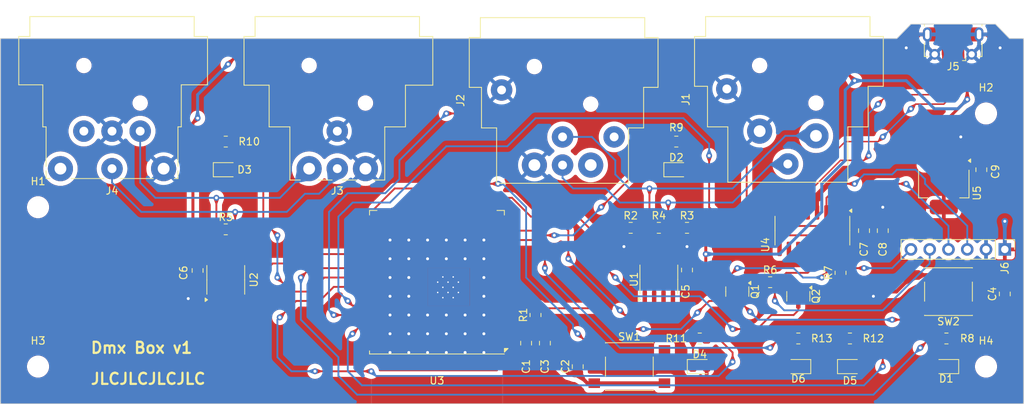
<source format=kicad_pcb>
(kicad_pcb (version 20241229) (generator "pcbnew") (generator_version "9.0")
  (layers (0 "F.Cu" signal) (2 "B.Cu" signal) (13 "F.Paste" user) (15 "B.Paste" user) (5 "F.SilkS" user "F.Silkscreen") (7 "B.SilkS" user "B.Silkscreen") (1 "F.Mask" user) (3 "B.Mask" user) (25 "Edge.Cuts" user))
  (net 0 "")
  (net 1 "+5V")
  (net 2 "GND")
  (net 3 "Net-(U3-IO2)")
  (net 4 "Net-(D1-K)")
  (net 5 "Net-(D2-K)")
  (net 6 "Net-(D3-K)")
  (net 7 "Net-(D4-K)")
  (net 8 "Net-(D5-K)")
  (net 9 "/OUT-")
  (net 10 "/OUT+")
  (net 11 "Net-(D6-K)")
  (net 13 "/IN-")
  (net 14 "/IN+")
  (net 18 "+3.3V")
  (net 20 "TX")
  (net 21 "RX")
  (net 22 "DTR")
  (net 23 "RTS")
  (net 24 "IO0")
  (net 25 "Net-(Q1-B)")
  (net 26 "Net-(Q2-B)")
  (net 27 "Net-(U3-IO18)")
  (net 28 "Net-(U3-IO14)")
  (net 29 "Net-(U3-IO19)")
  (net 30 "Net-(U3-IO21)")
  (net 31 "Net-(U3-IO22)")
  (net 32 "Net-(U3-IO27)")
  (net 60 "/DO")
  (net 61 "/DI")
  (net 62 "/RESET")
  (net 64 "/UD-")
  (net 65 "/UD+")
  (footprint "Capacitor_SMD:C_0805_2012Metric" (layer "F.Cu") (at 130.98875 102.49 90)
    (property "Reference" "C5")
    (property "Value" "100 nF")
  )
  (footprint "Resistor_SMD:R_0805_2012Metric" (layer "F.Cu") (at 127.17875 96.775)
    (property "Reference" "R4")
    (property "Value" "120")
  )
  (footprint "RF_Module:ESP32-WROOM-32U" (layer "F.Cu") (at 97.155 104.14 180)
    (property "Reference" "U3")
    (property "Value" "ESP32-WROOM-32U")
  )
  (footprint "Capacitor_SMD:C_0805_2012Metric" (layer "F.Cu") (at 111.76 112.395 90)
    (property "Reference" "C3")
    (property "Value" "10 uF")
  )
  (footprint "Connector_Audio:Jack_XLR_Neutrik_NC3MAH_Horizontal" (layer "F.Cu") (at 87.48 88.755 180)
    (property "Reference" "J3")
    (property "Value" "XLR3_In")
  )
  (footprint "Resistor_SMD:R_0805_2012Metric" (layer "F.Cu") (at 132.715 111.76 180)
    (property "Reference" "R11")
    (property "Value" "330")
  )
  (footprint "Connector_Audio:Jack_XLR_Neutrik_NC5FAH_Horizontal" (layer "F.Cu") (at 110.34 88.27 90)
    (property "Reference" "J2")
    (property "Value" "XLR5_Out")
  )
  (footprint "Package_TO_SOT_SMD:SOT-223-3_TabPin2" (layer "F.Cu") (at 165.735 90.805 -90)
    (property "Reference" "U5")
    (property "Value" "NCP1117-3.3_SOT223")
  )
  (footprint "Connector_PinHeader_2.54mm:PinHeader_1x06_P2.54mm_Vertical" (layer "F.Cu") (at 173.99 99.695 -90)
    (property "Reference" "J6")
    (property "Value" "FLASH")
  )
  (footprint "Resistor_SMD:R_0805_2012Metric" (layer "F.Cu") (at 151.765 102.87 90)
    (property "Reference" "R7")
    (property "Value" "10K")
  )
  (footprint "LED_SMD:LED_0805_2012Metric" (layer "F.Cu") (at 129.54 88.9)
    (property "Reference" "D2")
    (property "Value" "DMX OUT LED")
  )
  (footprint "LED_SMD:LED_0805_2012Metric" (layer "F.Cu") (at 166.0675 115.57 180)
    (property "Reference" "D1")
    (property "Value" "PWR LED")
  )
  (footprint "LED_SMD:LED_0805_2012Metric" (layer "F.Cu") (at 132.715 115.57)
    (property "Reference" "D4")
    (property "Value" "ARTNET IN LED")
  )
  (footprint "Capacitor_SMD:C_0805_2012Metric" (layer "F.Cu") (at 109.22 112.395 90)
    (property "Reference" "C1")
    (property "Value" "100 nF")
  )
  (footprint "Tereza_custom:SW_Push_TD-03XA-T" (layer "F.Cu") (at 123.19 115.57)
    (property "Reference" "SW1")
    (property "Value" "SW ZERO")
  )
  (footprint "Capacitor_SMD:C_0805_2012Metric" (layer "F.Cu") (at 170.815 88.9 90)
    (property "Reference" "C9")
    (property "Value" "1 uF")
  )
  (footprint "Resistor_SMD:R_0805_2012Metric" (layer "F.Cu") (at 153.035 111.76 180)
    (property "Reference" "R12")
    (property "Value" "330")
  )
  (footprint "Package_TO_SOT_SMD:SOT-23" (layer "F.Cu") (at 146.05 106.045 -90)
    (property "Reference" "Q2")
    (property "Value" "BCR108")
  )
  (footprint "Tereza_custom:SW_Push_TD-03XA-T" (layer "F.Cu") (at 166.37 105.415 180)
    (property "Reference" "SW2")
    (property "Value" "SW RESET")
  )
  (footprint "Resistor_SMD:R_0805_2012Metric" (layer "F.Cu") (at 142.24 104.14)
    (property "Reference" "R6")
    (property "Value" "10K")
  )
  (footprint "LED_SMD:LED_0805_2012Metric" (layer "F.Cu") (at 153.035 115.57)
    (property "Reference" "D5")
    (property "Value" "WIFI AP LED")
  )
  (footprint "Connector_Audio:Jack_XLR_Neutrik_NC5MAH_Horizontal" (layer "F.Cu") (at 60.17 88.755 180)
    (property "Reference" "J4")
    (property "Value" "XLR5_In")
  )
  (footprint "Resistor_SMD:R_0805_2012Metric" (layer "F.Cu") (at 68.58 96.98)
    (property "Reference" "R5")
    (property "Value" "120")
  )
  (footprint "MountingHole:MountingHole_2.5mm" (layer "F.Cu") (at 171.45 115.57)
    (property "Reference" "H4")
    (property "Value" "MountingHole")
  )
  (footprint "Resistor_SMD:R_0805_2012Metric" (layer "F.Cu") (at 166.0925 111.76)
    (property "Reference" "R8")
    (property "Value" "330")
  )
  (footprint "Capacitor_SMD:C_0805_2012Metric" (layer "F.Cu") (at 154.94 97.155 -90)
    (property "Reference" "C7")
    (property "Value" "100 nF")
  )
  (footprint "Connector_USB:USB_Micro-B_Molex-105017-0001" (layer "F.Cu") (at 167.005 71.8045 180)
    (property "Reference" "J5")
    (property "Value" "USB_B_Micro")
  )
  (footprint "LED_SMD:LED_0805_2012Metric" (layer "F.Cu") (at 68.58 88.9)
    (property "Reference" "D3")
    (property "Value" "DMX IN LED")
  )
  (footprint "Package_TO_SOT_SMD:SOT-23" (layer "F.Cu") (at 137.795 105.41 -90)
    (property "Reference" "Q1")
    (property "Value" "BCR108")
  )
  (footprint "MountingHole:MountingHole_2.5mm" (layer "F.Cu") (at 171.45 81.28)
    (property "Reference" "H2")
    (property "Value" "MountingHole")
  )
  (footprint "Resistor_SMD:R_0805_2012Metric" (layer "F.Cu") (at 123.36875 96.775)
    (property "Reference" "R2")
    (property "Value" "20K")
  )
  (footprint "Resistor_SMD:R_0805_2012Metric" (layer "F.Cu") (at 129.54 85.09)
    (property "Reference" "R9")
    (property "Value" "330")
  )
  (footprint "MountingHole:MountingHole_2.5mm" (layer "F.Cu") (at 43.18 93.98)
    (property "Reference" "H1")
    (property "Value" "MountingHole")
  )
  (footprint "Resistor_SMD:R_0805_2012Metric" (layer "F.Cu") (at 68.58 85.09 180)
    (property "Reference" "R10")
    (property "Value" "330")
  )
  (footprint "Capacitor_SMD:C_0805_2012Metric" (layer "F.Cu") (at 157.48 97.155 -90)
    (property "Reference" "C8")
    (property "Value" "10 uF")
  )
  (footprint "Capacitor_SMD:C_0805_2012Metric" (layer "F.Cu") (at 173.99 105.73 90)
    (property "Reference" "C4")
    (property "Value" "100 nF")
  )
  (footprint "MountingHole:MountingHole_2.5mm" (layer "F.Cu") (at 43.18 115.57)
    (property "Reference" "H3")
    (property "Value" "MountingHole")
  )
  (footprint "Capacitor_SMD:C_0805_2012Metric" (layer "F.Cu") (at 64.77 102.55 -90)
    (property "Reference" "C6")
    (property "Value" "100 nF")
  )
  (footprint "Package_SO:SOIC-8_3.9x4.9mm_P1.27mm" (layer "F.Cu") (at 127.17875 103.76 90)
    (property "Reference" "U1")
    (property "Value" "SN75176AD_Out")
  )
  (footprint "Resistor_SMD:R_0805_2012Metric" (layer "F.Cu") (at 130.98875 96.775)
    (property "Reference" "R3")
    (property "Value" "20K")
  )
  (footprint "Connector_Audio:Jack_XLR_Neutrik_NC3FAH2_Horizontal" (layer "F.Cu") (at 140.82 83.675 90)
    (property "Reference" "J1")
    (property "Value" "XLR3_Out")
  )
  (footprint "Resistor_SMD:R_0805_2012Metric" (layer "F.Cu") (at 110.49 108.585 90)
    (property "Reference" "R1")
    (property "Value" "10K")
  )
  (footprint "Resistor_SMD:R_0805_2012Metric" (layer "F.Cu") (at 146.05 111.76)
    (property "Reference" "R13")
    (property "Value" "330")
  )
  (footprint "LED_SMD:LED_0805_2012Metric" (layer "F.Cu") (at 146.05 115.57 180)
    (property "Reference" "D6")
    (property "Value" "WIFI CLIENT LED")
  )
  (footprint "Package_SO:SOIC-8_3.9x4.9mm_P1.27mm" (layer "F.Cu") (at 68.58 103.82 90)
    (property "Reference" "U2")
    (property "Value" "SN75176AD_In")
  )
  (footprint "Package_SO:SOIC-16_3.9x9.9mm_P1.27mm" (layer "F.Cu") (at 147.955 97.155 -90)
    (property "Reference" "U4")
    (property "Value" "CH340C")
  )
  (footprint "Capacitor_SMD:C_0805_2012Metric" (layer "F.Cu") (at 116.205 115.57 90)
    (property "Reference" "C2")
    (property "Value" "100 nF")
  )
  (gr_poly (pts (xy 176.53 120.605) (xy 38.1 120.605) (xy 38.1 71.12) (xy 159.385 71.12) (xy 161.29 69.17) (xy 172.72 69.17) (xy 174.625 71.12) (xy 176.53 71.12)) (stroke (width 0.1)) (fill no) (layer "Edge.Cuts"))
  (gr_text "JLCJLCJLCJLC" (at 50.165 118.11 0) (layer "F.SilkS") (effects (font (size 1.5 1.5) (thickness 0.3) (bold yes)) (justify left bottom)))
  (gr_text "Dmx Box v1\n" (at 50.165 113.03 0) (layer "F.SilkS") (effects (font (size 1.5 1.5) (thickness 0.3)) (justify left)))
  (segment (start 126.54375 104.39) (end 127.49375 103.44) (width 0.4) (layer "F.Cu") (net 1))
  (segment (start 127.81375 106.235) (end 127.81375 104.39) (width 0.4) (layer "F.Cu") (net 1))
  (segment (start 133.52875 102.49) (end 133.52875 98.4025) (width 0.4) (layer "F.Cu") (net 1))
  (segment (start 168.305 73.267) (end 168.305 76.23) (width 0.4) (layer "F.Cu") (net 1))
  (segment (start 133.52875 98.4025) (end 131.90125 96.775) (width 0.4) (layer "F.Cu") (net 1))
  (segment (start 168.91 79.375) (end 163.435 84.85) (width 0.4) (layer "F.Cu") (net 1))
  (segment (start 64.135 82.55) (end 64.135 100.965) (width 0.4) (layer "F.Cu") (net 1))
  (segment (start 168.91 76.835) (end 168.91 79.375) (width 0.4) (layer "F.Cu") (net 1))
  (segment (start 64.135 100.965) (end 64.77 101.6) (width 0.4) (layer "F.Cu") (net 1))
  (segment (start 70.485 73.025) (end 68.8975 74.6125) (width 0.4) (layer "F.Cu") (net 1))
  (segment (start 126.22375 103.44) (end 127.49375 103.44) (width 0.4) (layer "F.Cu") (net 1))
  (segment (start 128.76375 103.44) (end 130.98875 103.44) (width 0.4) (layer "F.Cu") (net 1))
  (segment (start 163.435 84.85) (end 163.435 87.655) (width 0.4) (layer "F.Cu") (net 1))
  (segment (start 132.57875 103.44) (end 133.52875 102.49) (width 0.4) (layer "F.Cu") (net 1))
  (segment (start 168.305 76.23) (end 168.91 76.835) (width 0.4) (layer "F.Cu") (net 1))
  (segment (start 66.675 101.345) (end 65.025 101.345) (width 0.4) (layer "F.Cu") (net 1))
  (segment (start 153.67 76.835) (end 149.86 73.025) (width 0.4) (layer "F.Cu") (net 1))
  (segment (start 130.98875 103.44) (end 132.57875 103.44) (width 0.4) (layer "F.Cu") (net 1))
  (segment (start 127.81375 104.39) (end 128.76375 103.44) (width 0.4) (layer "F.Cu") (net 1))
  (segment (start 127.49375 103.44) (end 128.76375 103.44) (width 0.4) (layer "F.Cu") (net 1))
  (segment (start 64.77 81.915) (end 64.135 82.55) (width 0.4) (layer "F.Cu") (net 1))
  (segment (start 125.27375 102.49) (end 126.22375 103.44) (width 0.4) (layer "F.Cu") (net 1))
  (segment (start 149.86 73.025) (end 70.485 73.025) (width 0.4) (layer "F.Cu") (net 1))
  (segment (start 126.54375 106.235) (end 126.54375 104.39) (width 0.4) (layer "F.Cu") (net 1))
  (segment (start 125.27375 101.285) (end 125.27375 102.49) (width 0.4) (layer "F.Cu") (net 1))
  (via (at 68.8975 74.6125) (size 0.8) (drill 0.4) (layers "F.Cu" "B.Cu") (net 1))
  (via (at 133.52875 100.33) (size 0.8) (drill 0.4) (layers "F.Cu" "B.Cu") (net 1))
  (via (at 153.67 76.835) (size 0.8) (drill 0.4) (layers "F.Cu" "B.Cu") (net 1))
  (via (at 168.91 79.375) (size 0.8) (drill 0.4) (layers "F.Cu" "B.Cu") (net 1))
  (via (at 64.77 81.915) (size 0.8) (drill 0.4) (layers "F.Cu" "B.Cu") (net 1))
  (segment (start 153.67 76.835) (end 160.655 76.835) (width 0.4) (layer "B.Cu") (net 1))
  (segment (start 143.51 100.33) (end 133.52875 100.33) (width 0.4) (layer "B.Cu") (net 1))
  (segment (start 153.67 76.835) (end 152.4 78.105) (width 0.4) (layer "B.Cu") (net 1))
  (segment (start 64.77 81.915) (end 64.77 78.74) (width 0.4) (layer "B.Cu") (net 1))
  (segment (start 64.77 78.74) (end 68.8975 74.6125) (width 0.4) (layer "B.Cu") (net 1))
  (segment (start 152.4 87.63) (end 149.225 90.805) (width 0.4) (layer "B.Cu") (net 1))
  (segment (start 149.225 94.615) (end 143.51 100.33) (width 0.4) (layer "B.Cu") (net 1))
  (segment (start 160.655 76.835) (end 164.465 80.645) (width 0.4) (layer "B.Cu") (net 1))
  (segment (start 167.64 80.645) (end 168.91 79.375) (width 0.4) (layer "B.Cu") (net 1))
  (segment (start 149.225 90.805) (end 149.225 94.615) (width 0.4) (layer "B.Cu") (net 1))
  (segment (start 164.465 80.645) (end 167.64 80.645) (width 0.4) (layer "B.Cu") (net 1))
  (segment (start 152.4 78.105) (end 152.4 87.63) (width 0.4) (layer "B.Cu") (net 1))
  (segment (start 66.99 103.5) (end 64.77 103.5) (width 0.5) (layer "F.Cu") (net 2))
  (segment (start 171.532 70.567) (end 173.355 72.39) (width 0.5) (layer "F.Cu") (net 2))
  (segment (start 156.21 106.045) (end 156.845 105.41) (width 0.5) (layer "F.Cu") (net 2))
  (segment (start 127.94 117.82) (end 118.44 117.82) (width 0.5) (layer "F.Cu") (net 2))
  (segment (start 67.945 104.455) (end 66.99 103.5) (width 0.5) (layer "F.Cu") (net 2))
  (segment (start 168.035 87.655) (end 170.52 87.655) (width 0.5) (layer "F.Cu") (net 2))
  (segment (start 117.505 117.82) (end 116.205 116.52) (width 0.5) (layer "F.Cu") (net 2))
  (segment (start 114.935 116.52) (end 116.205 116.52) (width 0.5) (layer "F.Cu") (net 2))
  (segment (start 129.08375 101.285) (end 130.73375 101.285) (width 0.5) (layer "F.Cu") (net 2))
  (segment (start 122.45625 96.775) (end 122.45625 99.315) (width 0.5) (layer "F.Cu") (net 2))
  (segment (start 109.22 113.345) (end 107.7525 113.345) (width 0.5) (layer "F.Cu") (net 2))
  (segment (start 130.73375 101.285) (end 130.98875 101.54) (width 0.5) (layer "F.Cu") (net 2))
  (segment (start 160.655 72.39) (end 162.478 70.567) (width 0.5) (layer "F.Cu") (net 2))
  (segment (start 69.535 103.5) (end 68.265 103.5) (width 0.5) (layer "F.Cu") (net 2))
  (segment (start 159.335 105.41) (end 161.58 103.165) (width 0.5) (layer "F.Cu") (net 2))
  (segment (start 157.48 96.205) (end 154.94 96.205) (width 0.5) (layer "F.Cu") (net 2))
  (segment (start 69.215 106.295) (end 69.215 104.45) (width 0.5) (layer "F.Cu") (net 2))
  (segment (start 172.375 103.165) (end 173.99 104.78) (width 0.5) (layer "F.Cu") (net 2))
  (segment (start 161.62 103.165) (end 171.12 103.165) (width 0.5) (layer "F.Cu") (net 2))
  (segment (start 107.7525 113.345) (end 106.8025 112.395) (width 0.5) (layer "F.Cu") (net 2))
  (segment (start 130.98875 99.315) (end 130.98875 101.54) (width 0.5) (layer "F.Cu") (net 2))
  (segment (start 170.52 87.655) (end 170.815 87.95) (width 0.5) (layer "F.Cu") (net 2))
  (segment (start 68.265 103.5) (end 66.99 103.5) (width 0.5) (layer "F.Cu") (net 2))
  (segment (start 156.845 105.41) (end 159.335 105.41) (width 0.5) (layer "F.Cu") (net 2))
  (segment (start 67.945 106.295) (end 67.945 104.455) (width 0.5) (layer "F.Cu") (net 2))
  (segment (start 162.478 70.567) (end 166.005 70.567) (width 0.5) (layer "F.Cu") (net 2))
  (segment (start 157.48 93.98) (end 157.48 96.205) (width 0.5) (layer "F.Cu") (net 2))
  (segment (start 171.12 103.165) (end 172.375 103.165) (width 0.5) (layer "F.Cu") (net 2))
  (segment (start 111.76 113.345) (end 114.935 116.52) (width 0.5) (layer "F.Cu") (net 2))
  (segment (start 70.485 101.345) (end 70.485 102.55) (width 0.5) (layer "F.Cu") (net 2))
  (segment (start 168.035 84.455) (end 168.035 87.655) (width 0.5) (layer "F.Cu") (net 2))
  (segment (start 153.415 94.68) (end 154.94 96.205) (width 0.5) (layer "F.Cu") (net 2))
  (segment (start 109.22 113.345) (end 111.76 113.345) (width 0.5) (layer "F.Cu") (net 2))
  (segment (start 64.77 105.09) (end 63.5 106.36) (width 0.5) (layer "F.Cu") (net 2))
  (segment (start 165.705 73.267) (end 165.705 70.867) (width 0.5) (layer "F.Cu") (net 2))
  (segment (start 69.215 104.45) (end 68.265 103.5) (width 0.5) (layer "F.Cu") (net 2))
  (segment (start 118.44 117.82) (end 117.505 117.82) (width 0.5) (layer "F.Cu") (net 2))
  (segment (start 70.485 102.55) (end 69.535 103.5) (width 0.5) (layer "F.Cu") (net 2))
  (segment (start 64.77 103.5) (end 64.77 105.09) (width 0.5) (layer "F.Cu") (net 2))
  (segment (start 106.8025 112.395) (end 105.655 112.395) (width 0.5) (layer "F.Cu") (net 2))
  (segment (start 166.005 70.567) (end 171.532 70.567) (width 0.5) (layer "F.Cu") (net 2))
  (segment (start 152.4 94.68) (end 153.415 94.68) (width 0.5) (layer "F.Cu") (net 2))
  (via (at 93.345 103.505) (size 0.8) (drill 0.4) (layers "F.Cu" "B.Cu") (net 2))
  (via (at 103.505 103.505) (size 0.8) (drill 0.4) (layers "F.Cu" "B.Cu") (net 2))
  (via (at 95.885 98.425) (size 0.8) (drill 0.4) (layers "F.Cu" "B.Cu") (net 2))
  (via (at 130.98875 99.315) (size 0.9) (drill 0.4) (layers "F.Cu" "B.Cu") (net 2))
  (via (at 157.48 93.98) (size 0.9) (drill 0.4) (layers "F.Cu" "B.Cu") (net 2))
  (via (at 98.425 108.585) (size 0.8) (drill 0.4) (layers "F.Cu" "B.Cu") (net 2))
  (via (at 100.965 111.125) (size 0.8) (drill 0.4) (layers "F.Cu" "B.Cu") (net 2))
  (via (at 122.45625 99.315) (size 0.9) (drill 0.4) (layers "F.Cu" "B.Cu") (net 2))
  (via (at 173.355 72.39) (size 0.9) (drill 0.4) (layers "F.Cu" "B.Cu") (net 2))
  (via (at 98.425 98.425) (size 0.8) (drill 0.4) (layers "F.Cu" "B.Cu") (net 2))
  (via (at 100.965 98.425) (size 0.8) (drill 0.4) (layers "F.Cu" "B.Cu") (net 2))
  (via (at 103.505 111.125) (size 0.8) (drill 0.4) (layers "F.Cu" "B.Cu") (net 2))
  (via (at 93.345 113.665) (size 0.8) (drill 0.4) (layers "F.Cu" "B.Cu") (net 2))
  (via (at 93.345 111.125) (size 0.8) (drill 0.4) (layers "F.Cu" "B.Cu") (net 2))
  (via (at 90.805 111.125) (size 0.8) (drill 0.4) (layers "F.Cu" "B.Cu") (net 2))
  (via (at 98.425 113.665) (size 0.8) (drill 0.4) (layers "F.Cu" "B.Cu") (net 2))
  (via (at 98.425 111.125) (size 0.8) (drill 0.4) (layers "F.Cu" "B.Cu") (net 2))
  (via (at 90.805 100.965) (size 0.8) (drill 0.4) (layers "F.Cu" "B.Cu") (net 2))
  (via (at 90.805 98.425) (size 0.8) (drill 0.4) (layers "F.Cu" "B.Cu") (net 2))
  (via (at 93.345 106.045) (size 0.8) (drill 0.4) (layers "F.Cu" "B.Cu") (net 2))
  (via (at 93.345 100.965) (size 0.8) (drill 0.4) (layers "F.Cu" "B.Cu") (net 2))
  (via (at 93.345 108.585) (size 0.8) (drill 0.4) (layers "F.Cu" "B.Cu") (net 2))
  (via (at 93.345 98.425) (size 0.8) (drill 0.4) (layers "F.Cu" "B.Cu") (net 2))
  (via (at 90.805 113.665) (size 0.8) (drill 0.4) (layers "F.Cu" "B.Cu") (net 2))
  (via (at 103.505 100.965) (size 0.8) (drill 0.4) (layers "F.Cu" "B.Cu") (net 2))
  (via (at 160.655 72.39) (size 0.9) (drill 0.4) (layers "F.Cu" "B.Cu") (net 2))
  (via (at 168.035 84.455) (size 0.9) (drill 0.4) (layers "F.Cu" "B.Cu") (net 2))
  (via (at 103.505 106.045) (size 0.8) (drill 0.4) (layers "F.Cu" "B.Cu") (net 2))
  (via (at 90.805 108.585) (size 0.8) (drill 0.4) (layers "F.Cu" "B.Cu") (net 2))
  (via (at 90.805 103.505) (size 0.8) (drill 0.4) (layers "F.Cu" "B.Cu") (net 2))
  (via (at 95.885 111.125) (size 0.8) (drill 0.4) (layers "F.Cu" "B.Cu") (net 2))
  (via (at 100.965 108.585) (size 0.8) (drill 0.4) (layers "F.Cu" "B.Cu") (net 2))
  (via (at 95.885 108.585) (size 0.8) (drill 0.4) (layers "F.Cu" "B.Cu") (net 2))
  (via (at 156.21 106.045) (size 0.9) (drill 0.4) (layers "F.Cu" "B.Cu") (net 2))
  (via (at 95.885 100.965) (size 0.8) (drill 0.4) (layers "F.Cu" "B.Cu") (net 2))
  (via (at 98.425 100.965) (size 0.8) (drill 0.4) (layers "F.Cu" "B.Cu") (net 2))
  (via (at 95.885 113.665) (size 0.8) (drill 0.4) (layers "F.Cu" "B.Cu") (net 2))
  (via (at 63.5 106.36) (size 0.9) (drill 0.4) (layers "F.Cu" "B.Cu") (net 2))
  (via (at 103.505 98.425) (size 0.8) (drill 0.4) (layers "F.Cu" "B.Cu") (net 2))
  (via (at 103.505 108.585) (size 0.8) (drill 0.4) (layers "F.Cu" "B.Cu") (net 2))
  (via (at 100.965 100.965) (size 0.8) (drill 0.4) (layers "F.Cu" "B.Cu") (net 2))
  (via (at 100.965 113.665) (size 0.8) (drill 0.4) (layers "F.Cu" "B.Cu") (net 2))
  (via (at 90.805 106.045) (size 0.8) (drill 0.4) (layers "F.Cu" "B.Cu") (net 2))
  (via (at 103.505 113.665) (size 0.8) (drill 0.4) (layers "F.Cu" "B.Cu") (net 2))
  (segment (start 101.6 90.805) (end 105.41 90.805) (width 0.25) (layer "F.Cu") (net 3))
  (segment (start 116.205 111.125) (end 116.245 111.125) (width 0.25) (layer "F.Cu") (net 3))
  (segment (start 99.695 92.71) (end 101.6 90.805) (width 0.25) (layer "F.Cu") (net 3))
  (segment (start 118.44 113.335) (end 117.155 114.62) (width 0.25) (layer "F.Cu") (net 3))
  (segment (start 92.785 92.71) (end 99.695 92.71) (width 0.25) (layer "F.Cu") (net 3))
  (segment (start 91.44 94.055) (end 92.785 92.71) (width 0.25) (layer "F.Cu") (net 3))
  (segment (start 117.155 114.62) (end 116.205 114.62) (width 0.25) (layer "F.Cu") (net 3))
  (segment (start 116.245 111.125) (end 118.44 113.32) (width 0.25) (layer "F.Cu") (net 3))
  (via (at 105.41 90.805) (size 0.8) (drill 0.4) (layers "F.Cu" "B.Cu") (net 3))
  (via (at 116.205 111.125) (size 0.8) (drill 0.4) (layers "F.Cu" "B.Cu") (net 3))
  (segment (start 106.045 90.805) (end 105.41 90.805) (width 0.25) (layer "B.Cu") (net 3))
  (segment (start 115.57 110.49) (end 116.205 111.125) (width 0.25) (layer "B.Cu") (net 3))
  (segment (start 115.57 109.855) (end 109.22 103.505) (width 0.25) (layer "B.Cu") (net 3))
  (segment (start 109.22 103.505) (end 109.22 93.98) (width 0.25) (layer "B.Cu") (net 3))
  (segment (start 115.57 110.49) (end 115.57 109.855) (width 0.25) (layer "B.Cu") (net 3))
  (segment (start 109.22 93.98) (end 106.045 90.805) (width 0.25) (layer "B.Cu") (net 3))
  (segment (start 167.005 111.76) (end 167.005 115.57) (width 0.25) (layer "F.Cu") (net 4))
  (segment (start 130.4525 86.0825) (end 130.4525 85.09) (width 0.25) (layer "F.Cu") (net 5))
  (segment (start 128.6025 87.9325) (end 130.4525 86.0825) (width 0.25) (layer "F.Cu") (net 5))
  (segment (start 128.6025 88.9) (end 128.6025 87.9325) (width 0.25) (layer "F.Cu") (net 5))
  (segment (start 67.6675 85.09) (end 67.6675 88.78) (width 0.25) (layer "F.Cu") (net 6))
  (segment (start 131.8025 111.76) (end 131.8025 115.545) (width 0.25) (layer "F.Cu") (net 7))
  (segment (start 152.1225 111.76) (end 152.1225 115.545) (width 0.25) (layer "F.Cu") (net 8))
  (segment (start 124.28125 96.775) (end 126.26625 96.775) (width 0.25) (layer "F.Cu") (net 9))
  (segment (start 126.26625 99.0375) (end 126.26625 96.775) (width 0.25) (layer "F.Cu") (net 9))
  (segment (start 125.90875 91.44) (end 125.90875 96.4175) (width 0.25) (layer "F.Cu") (net 9))
  (segment (start 126.54375 101.285) (end 126.54375 99.315) (width 0.25) (layer "F.Cu") (net 9))
  (segment (start 126.54375 99.315) (end 126.26625 99.0375) (width 0.25) (layer "F.Cu") (net 9))
  (via (at 125.90875 91.44) (size 0.8) (drill 0.4) (layers "F.Cu" "B.Cu") (net 9))
  (segment (start 121.285 89.535) (end 121.285 87.63) (width 0.25) (layer "B.Cu") (net 9))
  (segment (start 144.29 84.31) (end 148.44 84.31) (width 0.25) (layer "B.Cu") (net 9))
  (segment (start 123.19 91.44) (end 137.16 91.44) (width 0.25) (layer "B.Cu") (net 9))
  (segment (start 121.285 87.63) (end 118.11 84.455) (width 0.25) (layer "B.Cu") (net 9))
  (segment (start 118.11 84.455) (end 114.15 84.455) (width 0.25) (layer "B.Cu") (net 9))
  (segment (start 137.16 91.44) (end 144.29 84.31) (width 0.25) (layer "B.Cu") (net 9))
  (segment (start 123.19 91.44) (end 121.285 89.535) (width 0.25) (layer "B.Cu") (net 9))
  (segment (start 128.44875 93.345) (end 128.44875 96.4175) (width 0.25) (layer "F.Cu") (net 10))
  (segment (start 127.81375 101.285) (end 127.81375 99.315) (width 0.25) (layer "F.Cu") (net 10))
  (segment (start 128.09125 99.0375) (end 128.09125 96.775) (width 0.25) (layer "F.Cu") (net 10))
  (segment (start 127.81375 99.315) (end 128.09125 99.0375) (width 0.25) (layer "F.Cu") (net 10))
  (segment (start 128.09125 96.775) (end 130.07625 96.775) (width 0.25) (layer "F.Cu") (net 10))
  (via (at 128.44875 93.345) (size 0.8) (drill 0.4) (layers "F.Cu" "B.Cu") (net 10))
  (segment (start 121.92 93.345) (end 137.16 93.345) (width 0.25) (layer "B.Cu") (net 10))
  (segment (start 137.16 93.345) (end 142.38 88.125) (width 0.25) (layer "B.Cu") (net 10))
  (segment (start 121.92 93.345) (end 120.015 91.44) (width 0.25) (layer "B.Cu") (net 10))
  (segment (start 142.38 88.125) (end 144.63 88.125) (width 0.25) (layer "B.Cu") (net 10))
  (segment (start 120.015 91.44) (end 115.57 91.44) (width 0.25) (layer "B.Cu") (net 10))
  (segment (start 114.15 88.27) (end 114.15 90.02) (width 0.25) (layer "B.Cu") (net 10))
  (segment (start 114.15 90.02) (end 115.57 91.44) (width 0.25) (layer "B.Cu") (net 10))
  (segment (start 146.9875 115.57) (end 146.9875 112.421396) (width 0.25) (layer "F.Cu") (net 11))
  (segment (start 67.6675 99.2425) (end 67.945 99.52) (width 0.25) (layer "F.Cu") (net 13))
  (segment (start 67.945 99.52) (end 67.945 101.49) (width 0.25) (layer "F.Cu") (net 13))
  (segment (start 67.31 92.71) (end 67.31 96.6225) (width 0.25) (layer "F.Cu") (net 13))
  (segment (start 67.6675 96.98) (end 67.6675 99.2425) (width 0.25) (layer "F.Cu") (net 13))
  (via (at 67.31 92.71) (size 0.8) (drill 0.4) (layers "F.Cu" "B.Cu") (net 13))
  (segment (start 75.905 92.71) (end 79.86 88.755) (width 0.25) (layer "B.Cu") (net 13))
  (segment (start 57 90.655) (end 59.055 92.71) (width 0.25) (layer "B.Cu") (net 13))
  (segment (start 57 83.675) (end 57 90.655) (width 0.25) (layer "B.Cu") (net 13))
  (segment (start 59.055 92.71) (end 75.905 92.71) (width 0.25) (layer "B.Cu") (net 13))
  (segment (start 69.4925 99.2425) (end 69.4925 96.98) (width 0.25) (layer "F.Cu") (net 14))
  (segment (start 69.85 94.615) (end 69.85 96.6225) (width 0.25) (layer "F.Cu") (net 14))
  (segment (start 69.215 101.14) (end 69.215 99.52) (width 0.25) (layer "F.Cu") (net 14))
  (segment (start 69.215 99.52) (end 69.4925 99.2425) (width 0.25) (layer "F.Cu") (net 14))
  (via (at 69.85 94.615) (size 0.8) (drill 0.4) (layers "F.Cu" "B.Cu") (net 14))
  (segment (start 53.19 90.6575) (end 53.19 88.755) (width 0.25) (layer "B.Cu") (net 14))
  (segment (start 76.835 94.615) (end 57.1475 94.615) (width 0.25) (layer "B.Cu") (net 14))
  (segment (start 83.67 89.685) (end 81.195 92.16) (width 0.25) (layer "B.Cu") (net 14))
  (segment (start 79.29 92.16) (end 76.835 94.615) (width 0.25) (layer "B.Cu") (net 14))
  (segment (start 81.195 92.16) (end 79.29 92.16) (width 0.25) (layer "B.Cu") (net 14))
  (segment (start 57.1475 94.615) (end 53.19 90.6575) (width 0.25) (layer "B.Cu") (net 14))
  (segment (start 108.9 111.125) (end 109.22 111.445) (width 0.5) (layer "F.Cu") (net 18))
  (segment (start 105.655 111.125) (end 108.9 111.125) (width 0.5) (layer "F.Cu") (net 18))
  (segment (start 157.48 98.105) (end 154.94 98.105) (width 0.5) (layer "F.Cu") (net 18))
  (via (at 173.99 95.885) (size 0.9) (drill 0.4) (layers "F.Cu" "B.Cu") (net 18))
  (segment (start 173.99 95.885) (end 173.99 99.695) (width 0.5) (layer "B.Cu") (net 18))
  (segment (start 139.065 86.995) (end 129.54 77.47) (width 0.25) (layer "F.Cu") (net 20))
  (segment (start 149.86 95.056751) (end 149.86 95.885) (width 0.25) (layer "F.Cu") (net 20))
  (segment (start 83.185 108.585) (end 88.655 108.585) (width 0.25) (layer "F.Cu") (net 20))
  (segment (start 139.065 95.25) (end 139.065 86.995) (width 0.25) (layer "F.Cu") (net 20))
  (segment (start 140.335 96.52) (end 139.065 95.25) (width 0.25) (layer "F.Cu") (net 20))
  (segment (start 111.125 77.47) (end 107.315 81.28) (width 0.25) (layer "F.Cu") (net 20))
  (segment (start 153.67 90.805) (end 151.765 90.805) (width 0.25) (layer "F.Cu") (net 20))
  (segment (start 129.54 77.47) (end 111.125 77.47) (width 0.25) (layer "F.Cu") (net 20))
  (segment (start 151.765 90.805) (end 149.86 92.71) (width 0.25) (layer "F.Cu") (net 20))
  (segment (start 149.86 92.71) (end 149.86 94.68) (width 0.25) (layer "F.Cu") (net 20))
  (segment (start 149.86 95.885) (end 149.225 96.52) (width 0.25) (layer "F.Cu") (net 20))
  (segment (start 149.225 96.52) (end 140.335 96.52) (width 0.25) (layer "F.Cu") (net 20))
  (segment (start 107.315 81.28) (end 98.425 81.28) (width 0.25) (layer "F.Cu") (net 20))
  (via (at 83.185 108.585) (size 0.8) (drill 0.4) (layers "F.Cu" "B.Cu") (net 20))
  (via (at 153.67 90.805) (size 0.8) (drill 0.4) (layers "F.Cu" "B.Cu") (net 20))
  (via (at 98.425 81.28) (size 0.8) (drill 0.4) (layers "F.Cu" "B.Cu") (net 20))
  (segment (start 92.075 87.63) (end 92.075 90.17) (width 0.25) (layer "B.Cu") (net 20))
  (segment (start 85.09 92.075) (end 82.55 94.615) (width 0.25) (layer "B.Cu") (net 20))
  (segment (start 163.195 90.17) (end 163.195 90.805) (width 0.25) (layer "B.Cu") (net 20))
  (segment (start 82.55 107.95) (end 83.185 108.585) (width 0.25) (layer "B.Cu") (net 20))
  (segment (start 98.425 81.28) (end 92.075 87.63) (width 0.25) (layer "B.Cu") (net 20))
  (segment (start 163.195 90.805) (end 168.91 96.52) (width 0.25) (layer "B.Cu") (net 20))
  (segment (start 161.925 88.9) (end 163.195 90.17) (width 0.25) (layer "B.Cu") (net 20))
  (segment (start 90.17 92.075) (end 85.09 92.075) (width 0.25) (layer "B.Cu") (net 20))
  (segment (start 153.67 90.805) (end 154.94 89.535) (width 0.25) (layer "B.Cu") (net 20))
  (segment (start 154.94 89.535) (end 158.75 89.535) (width 0.25) (layer "B.Cu") (net 20))
  (segment (start 158.75 89.535) (end 159.385 88.9) (width 0.25) (layer "B.Cu") (net 20))
  (segment (start 168.91 96.52) (end 168.91 99.695) (width 0.25) (layer "B.Cu") (net 20))
  (segment (start 82.55 94.615) (end 82.55 107.95) (width 0.25) (layer "B.Cu") (net 20))
  (segment (start 159.385 88.9) (end 161.925 88.9) (width 0.25) (layer "B.Cu") (net 20))
  (segment (start 92.075 90.17) (end 90.17 92.075) (width 0.25) (layer "B.Cu") (net 20))
  (segment (start 151.13 96.52) (end 151.13 94.68) (width 0.25) (layer "F.Cu") (net 21))
  (segment (start 154.94 92.71) (end 151.765 92.71) (width 0.25) (layer "F.Cu") (net 21))
  (segment (start 85.725 107.315) (end 88.655 107.315) (width 0.25) (layer "F.Cu") (net 21))
  (segment (start 149.86 97.79) (end 151.13 96.52) (width 0.25) (layer "F.Cu") (net 21))
  (segment (start 133.985 86.995) (end 133.985 93.98) (width 0.25) (layer "F.Cu") (net 21))
  (segment (start 85.09 106.68) (end 85.725 107.315) (width 0.25) (layer "F.Cu") (net 21))
  (segment (start 160.655 90.805) (end 156.845 90.805) (width 0.25) (layer "F.Cu") (net 21))
  (segment (start 151.13 93.345) (end 151.13 94.68) (width 0.25) (layer "F.Cu") (net 21))
  (segment (start 133.985 93.98) (end 137.795 97.79) (width 0.25) (layer "F.Cu") (net 21))
  (segment (start 137.795 97.79) (end 149.86 97.79) (width 0.25) (layer "F.Cu") (net 21))
  (segment (start 151.765 92.71) (end 151.13 93.345) (width 0.25) (layer "F.Cu") (net 21))
  (segment (start 156.845 90.805) (end 154.94 92.71) (width 0.25) (layer "F.Cu") (net 21))
  (via (at 133.985 86.995) (size 0.8) (drill 0.4) (layers "F.Cu" "B.Cu") (net 21))
  (via (at 160.655 90.805) (size 0.8) (drill 0.4) (layers "F.Cu" "B.Cu") (net 21))
  (via (at 85.09 106.68) (size 0.8) (drill 0.4) (layers "F.Cu" "B.Cu") (net 21))
  (segment (start 85.753783 93.345) (end 84.483783 94.615) (width 0.25) (layer "B.Cu") (net 21))
  (segment (start 106.68 85.725) (end 98.425 85.725) (width 0.25) (layer "B.Cu") (net 21))
  (segment (start 84.455 94.615) (end 83.82 95.25) (width 0.25) (layer "B.Cu") (net 21))
  (segment (start 84.483783 94.615) (end 84.455 94.615) (width 0.25) (layer "B.Cu") (net 21))
  (segment (start 110.49 81.915) (end 130.4925 81.915) (width 0.25) (layer "B.Cu") (net 21))
  (segment (start 160.655 90.805) (end 166.37 96.52) (width 0.25) (layer "B.Cu") (net 21))
  (segment (start 166.37 96.52) (end 166.37 99.695) (width 0.25) (layer "B.Cu") (net 21))
  (segment (start 83.82 105.41) (end 85.09 106.68) (width 0.25) (layer "B.Cu") (net 21))
  (segment (start 110.49 81.915) (end 106.68 85.725) (width 0.25) (layer "B.Cu") (net 21))
  (segment (start 90.805 93.345) (end 85.753783 93.345) (width 0.25) (layer "B.Cu") (net 21))
  (segment (start 83.82 95.25) (end 83.82 105.41) (width 0.25) (layer "B.Cu") (net 21))
  (segment (start 133.985 85.4075) (end 130.4925 81.915) (width 0.25) (layer "B.Cu") (net 21))
  (segment (start 98.425 85.725) (end 90.805 93.345) (width 0.25) (layer "B.Cu") (net 21))
  (segment (start 133.985 86.995) (end 133.985 85.4075) (width 0.25) (layer "B.Cu") (net 21))
  (segment (start 145.1 105.045) (end 144.0575 105.045) (width 0.25) (layer "F.Cu") (net 22))
  (segment (start 148.59 101.6) (end 148.59 99.63) (width 0.25) (layer "F.Cu") (net 22))
  (segment (start 142.875 106.68) (end 142.875 104.4175) (width 0.25) (layer "F.Cu") (net 22))
  (segment (start 144.0575 105.045) (end 143.1525 104.14) (width 0.25) (layer "F.Cu") (net 22))
  (segment (start 143.1525 104.14) (end 144.4225 102.87) (width 0.25) (layer "F.Cu") (net 22))
  (segment (start 144.4225 102.87) (end 147.32 102.87) (width 0.25) (layer "F.Cu") (net 22))
  (segment (start 147.32 102.87) (end 148.59 101.6) (width 0.25) (layer "F.Cu") (net 22))
  (via (at 142.875 106.68) (size 0.8) (drill 0.4) (layers "F.Cu" "B.Cu") (net 22))
  (segment (start 163.83 101.6) (end 163.83 99.695) (width 0.25) (layer "B.Cu") (net 22))
  (segment (start 144.145 107.95) (end 157.48 107.95) (width 0.25) (layer "B.Cu") (net 22))
  (segment (start 142.875 106.68) (end 144.145 107.95) (width 0.25) (layer "B.Cu") (net 22))
  (segment (start 157.48 107.95) (end 163.83 101.6) (width 0.25) (layer "B.Cu") (net 22))
  (segment (start 149.225 103.505) (end 149.86 102.87) (width 0.25) (layer "F.Cu") (net 23))
  (segment (start 154.94 102.235) (end 152.0425 102.235) (width 0.25) (layer "F.Cu") (net 23))
  (segment (start 150.99125 101.9575) (end 151.765 101.9575) (width 0.25) (layer "F.Cu") (net 23))
  (segment (start 137.795 102.235) (end 136.845 103.185) (width 0.25) (layer "F.Cu") (net 23))
  (segment (start 149.86 102.87) (end 149.86 99.63) (width 0.25) (layer "F.Cu") (net 23))
  (segment (start 149.86 100.82625) (end 150.99125 101.9575) (width 0.25) (layer "F.Cu") (net 23))
  (segment (start 149.86 99.63) (end 149.86 100.82625) (width 0.25) (layer "F.Cu") (net 23))
  (segment (start 136.845 103.185) (end 136.845 104.41) (width 0.25) (layer "F.Cu") (net 23))
  (via (at 154.94 102.235) (size 0.8) (drill 0.4) (layers "F.Cu" "B.Cu") (net 23))
  (via (at 137.795 102.235) (size 0.8) (drill 0.4) (layers "F.Cu" "B.Cu") (net 23))
  (via (at 149.225 103.505) (size 0.8) (drill 0.4) (layers "F.Cu" "B.Cu") (net 23))
  (segment (start 146.685 103.505) (end 145.415 102.235) (width 0.25) (layer "B.Cu") (net 23))
  (segment (start 154.94 102.235) (end 158.75 102.235) (width 0.25) (layer "B.Cu") (net 23))
  (segment (start 145.415 102.235) (end 137.795 102.235) (width 0.25) (layer "B.Cu") (net 23))
  (segment (start 149.225 103.505) (end 146.685 103.505) (width 0.25) (layer "B.Cu") (net 23))
  (segment (start 158.75 102.235) (end 161.29 99.695) (width 0.25) (layer "B.Cu") (net 23))
  (segment (start 109.855 92.075) (end 106.68 88.9) (width 0.25) (layer "F.Cu") (net 24))
  (segment (start 91.44 91.44) (end 88.655 94.225) (width 0.25) (layer "F.Cu") (net 24))
  (segment (start 140.495496 110.49) (end 137.16 110.49) (width 0.25) (layer "F.Cu") (net 24))
  (segment (start 106.68 88.9) (end 100.965 88.9) (width 0.25) (layer "F.Cu") (net 24))
  (segment (start 98.425 91.44) (end 91.44 91.44) (width 0.25) (layer "F.Cu") (net 24))
  (segment (start 88.655 94.225) (end 88.655 95.885) (width 0.25) (layer "F.Cu") (net 24))
  (segment (start 119.38 98.425) (end 113.03 92.075) (width 0.25) (layer "F.Cu") (net 24))
  (segment (start 146.05 107.045) (end 146.05 107.95) (width 0.25) (layer "F.Cu") (net 24))
  (segment (start 142.400496 108.585) (end 140.495496 110.49) (width 0.25) (layer "F.Cu") (net 24))
  (segment (start 100.965 88.9) (end 98.425 91.44) (width 0.25) (layer "F.Cu") (net 24))
  (segment (start 145.415 108.585) (end 142.400496 108.585) (width 0.25) (layer "F.Cu") (net 24))
  (segment (start 146.05 107.95) (end 145.415 108.585) (width 0.25) (layer "F.Cu") (net 24))
  (segment (start 119.38 101.6) (end 119.38 98.425) (width 0.25) (layer "F.Cu") (net 24))
  (segment (start 121.285 103.505) (end 119.38 101.6) (width 0.25) (layer "F.Cu") (net 24))
  (segment (start 113.03 92.075) (end 109.855 92.075) (width 0.25) (layer "F.Cu") (net 24))
  (via (at 121.285 103.505) (size 0.8) (drill 0.4) (layers "F.Cu" "B.Cu") (net 24))
  (via (at 137.16 110.49) (size 0.8) (drill 0.4) (layers "F.Cu" "B.Cu") (net 24))
  (segment (start 132.715 106.045) (end 123.825 106.045) (width 0.25) (layer "B.Cu") (net 24))
  (segment (start 123.825 106.045) (end 121.285 103.505) (width 0.25) (layer "B.Cu") (net 24))
  (segment (start 137.16 110.49) (end 132.715 106.045) (width 0.25) (layer "B.Cu") (net 24))
  (segment (start 138.745 104.41) (end 141.0575 104.41) (width 0.25) (layer "F.Cu") (net 25))
  (segment (start 147.365 105.41) (end 147 105.045) (width 0.25) (layer "F.Cu") (net 26))
  (segment (start 151.13 103.7825) (end 149.5025 105.41) (width 0.25) (layer "F.Cu") (net 26))
  (segment (start 151.765 103.7825) (end 151.13 103.7825) (width 0.25) (layer "F.Cu") (net 26))
  (segment (start 149.5025 105.41) (end 147.365 105.41) (width 0.25) (layer "F.Cu") (net 26))
  (segment (start 78.74 103.505) (end 80.01 102.235) (width 0.25) (layer "F.Cu") (net 27))
  (segment (start 162.56 113.03) (end 163.83 111.76) (width 0.25) (layer "F.Cu") (net 27))
  (segment (start 80.01 102.235) (end 88.655 102.235) (width 0.25) (layer "F.Cu") (net 27))
  (segment (start 163.83 111.76) (end 165.18 111.76) (width 0.25) (layer "F.Cu") (net 27))
  (via (at 162.56 113.03) (size 0.8) (drill 0.4) (layers "F.Cu" "B.Cu") (net 27))
  (via (at 78.74 103.505) (size 0.8) (drill 0.4) (layers "F.Cu" "B.Cu") (net 27))
  (segment (start 162.56 113.03) (end 156.21 119.38) (width 0.25) (layer "B.Cu") (net 27))
  (segment (start 86.36 119.38) (end 83.82 116.84) (width 0.25) (layer "B.Cu") (net 27))
  (segment (start 83.82 114.3) (end 78.74 109.22) (width 0.25) (layer "B.Cu") (net 27))
  (segment (start 78.74 109.22) (end 78.74 103.505) (width 0.25) (layer "B.Cu") (net 27))
  (segment (start 156.21 119.38) (end 86.36 119.38) (width 0.25) (layer "B.Cu") (net 27))
  (segment (start 83.82 116.84) (end 83.82 114.3) (width 0.25) (layer "B.Cu") (net 27))
  (segment (start 111.76 97.79) (end 111.125 97.155) (width 0.25) (layer "F.Cu") (net 28))
  (segment (start 113.03 97.79) (end 111.76 97.79) (width 0.25) (layer "F.Cu") (net 28))
  (segment (start 128.27 85.09) (end 119.38 93.98) (width 0.25) (layer "F.Cu") (net 28))
  (segment (start 111.125 97.155) (end 105.655 97.155) (width 0.25) (layer "F.Cu") (net 28))
  (via (at 119.38 93.98) (size 0.8) (drill 0.4) (layers "F.Cu" "B.Cu") (net 28))
  (via (at 113.03 97.79) (size 0.8) (drill 0.4) (layers "F.Cu" "B.Cu") (net 28))
  (segment (start 113.03 97.79) (end 115.57 97.79) (width 0.25) (layer "B.Cu") (net 28))
  (segment (start 115.57 97.79) (end 119.38 93.98) (width 0.25) (layer "B.Cu") (net 28))
  (segment (start 73.66 95.885) (end 73.66 88.265) (width 0.25) (layer "F.Cu") (net 29))
  (segment (start 77.47 105.41) (end 80.01 105.41) (width 0.25) (layer "F.Cu") (net 29))
  (segment (start 75.565 103.505) (end 77.47 105.41) (width 0.25) (layer "F.Cu") (net 29))
  (segment (start 73.66 88.265) (end 70.485 85.09) (width 0.25) (layer "F.Cu") (net 29))
  (segment (start 70.485 85.09) (end 69.4925 85.09) (width 0.25) (layer "F.Cu") (net 29))
  (segment (start 75.565 97.79) (end 73.66 95.885) (width 0.25) (layer "F.Cu") (net 29))
  (segment (start 81.915 103.505) (end 88.655 103.505) (width 0.25) (layer "F.Cu") (net 29))
  (segment (start 80.01 105.41) (end 81.915 103.505) (width 0.25) (layer "F.Cu") (net 29))
  (via (at 75.565 103.505) (size 0.8) (drill 0.4) (layers "F.Cu" "B.Cu") (net 29))
  (via (at 75.565 97.79) (size 0.8) (drill 0.4) (layers "F.Cu" "B.Cu") (net 29))
  (segment (start 75.565 97.79) (end 75.565 103.505) (width 0.25) (layer "B.Cu") (net 29))
  (segment (start 81.28 106.68) (end 83.185 104.775) (width 0.25) (layer "F.Cu") (net 30))
  (segment (start 83.185 104.775) (end 85.575 104.775) (width 0.25) (layer "F.Cu") (net 30))
  (segment (start 135.255 111.76) (end 133.6275 111.76) (width 0.25) (layer "F.Cu") (net 30))
  (segment (start 88.265 116.205) (end 80.645 116.205) (width 0.25) (layer "F.Cu") (net 30))
  (segment (start 137.16 114.935) (end 137.16 113.665) (width 0.25) (layer "F.Cu") (net 30))
  (segment (start 137.16 113.665) (end 135.255 111.76) (width 0.25) (layer "F.Cu") (net 30))
  (segment (start 75.8825 108.9025) (end 78.105 106.68) (width 0.25) (layer "F.Cu") (net 30))
  (segment (start 86.845 106.045) (end 88.655 106.045) (width 0.25) (layer "F.Cu") (net 30))
  (segment (start 85.575 104.775) (end 86.845 106.045) (width 0.25) (layer "F.Cu") (net 30))
  (segment (start 78.105 106.68) (end 81.28 106.68) (width 0.25) (layer "F.Cu") (net 30))
  (via (at 80.645 116.205) (size 0.8) (drill 0.4) (layers "F.Cu" "B.Cu") (net 30))
  (via (at 88.265 116.205) (size 0.8) (drill 0.4) (layers "F.Cu" "B.Cu") (net 30))
  (via (at 137.16 114.935) (size 0.8) (drill 0.4) (layers "F.Cu" "B.Cu") (net 30))
  (via (at 75.8825 108.9025) (size 0.8) (drill 0.4) (layers "F.Cu" "B.Cu") (net 30))
  (segment (start 75.565 114.3) (end 75.565 109.22) (width 0.25) (layer "B.Cu") (net 30))
  (segment (start 88.9 116.84) (end 88.265 116.205) (width 0.25) (layer "B.Cu") (net 30))
  (segment (start 135.255 116.84) (end 88.9 116.84) (width 0.25) (layer "B.Cu") (net 30))
  (segment (start 80.645 116.205) (end 77.47 116.205) (width 0.25) (layer "B.Cu") (net 30))
  (segment (start 77.47 116.205) (end 75.565 114.3) (width 0.25) (layer "B.Cu") (net 30))
  (segment (start 137.16 114.935) (end 135.255 116.84) (width 0.25) (layer "B.Cu") (net 30))
  (segment (start 86.995 109.855) (end 88.655 109.855) (width 0.25) (layer "F.Cu") (net 31))
  (segment (start 157.48 114.3) (end 154.94 111.76) (width 0.25) (layer "F.Cu") (net 31))
  (segment (start 85.725 111.125) (end 86.995 109.855) (width 0.25) (layer "F.Cu") (net 31))
  (segment (start 154.94 111.76) (end 153.9475 111.76) (width 0.25) (layer "F.Cu") (net 31))
  (segment (start 157.48 115.57) (end 157.48 114.3) (width 0.25) (layer "F.Cu") (net 31))
  (via (at 85.725 111.125) (size 0.8) (drill 0.4) (layers "F.Cu" "B.Cu") (net 31))
  (via (at 157.48 115.57) (size 0.8) (drill 0.4) (layers "F.Cu" "B.Cu") (net 31))
  (segment (start 85.09 111.76) (end 85.725 111.125) (width 0.25) (layer "B.Cu") (net 31))
  (segment (start 157.48 115.57) (end 154.94 118.11) (width 0.25) (layer "B.Cu") (net 31))
  (segment (start 85.09 116.205) (end 85.09 111.76) (width 0.25) (layer "B.Cu") (net 31))
  (segment (start 86.995 118.11) (end 85.09 116.205) (width 0.25) (layer "B.Cu") (net 31))
  (segment (start 154.94 118.11) (end 86.995 118.11) (width 0.25) (layer "B.Cu") (net 31))
  (segment (start 111.76 102.235) (end 111.76 99.695) (width 0.25) (layer "F.Cu") (net 32))
  (segment (start 111.76 99.695) (end 110.49 98.425) (width 0.25) (layer "F.Cu") (net 32))
  (segment (start 142.24 113.03) (end 143.51 111.76) (width 0.25) (layer "F.Cu") (net 32))
  (segment (start 110.49 98.425) (end 105.655 98.425) (width 0.25) (layer "F.Cu") (net 32))
  (segment (start 143.51 111.76) (end 145.1375 111.76) (width 0.25) (layer "F.Cu") (net 32))
  (via (at 111.76 102.235) (size 0.8) (drill 0.4) (layers "F.Cu" "B.Cu") (net 32))
  (via (at 142.24 113.03) (size 0.8) (drill 0.4) (layers "F.Cu" "B.Cu") (net 32))
  (segment (start 121.92 113.03) (end 142.24 113.03) (width 0.25) (layer "B.Cu") (net 32))
  (segment (start 111.76 102.235) (end 111.76 102.87) (width 0.25) (layer "B.Cu") (net 32))
  (segment (start 111.76 102.87) (end 121.92 113.03) (width 0.25) (layer "B.Cu") (net 32))
  (segment (start 102.235 92.71) (end 107.315 92.71) (width 0.25) (layer "F.Cu") (net 60))
  (segment (start 129.08375 107.77125) (end 129.08375 106.235) (width 0.25) (layer "F.Cu") (net 60))
  (segment (start 109.855 95.25) (end 113.03 95.25) (width 0.25) (layer "F.Cu") (net 60))
  (segment (start 107.315 92.71) (end 109.855 95.25) (width 0.25) (layer "F.Cu") (net 60))
  (segment (start 121.92 107.95) (end 122.555 108.585) (width 0.25) (layer "F.Cu") (net 60))
  (segment (start 128.27 108.585) (end 129.08375 107.77125) (width 0.25) (layer "F.Cu") (net 60))
  (segment (start 101.6 94.885) (end 101.6 93.345) (width 0.25) (layer "F.Cu") (net 60))
  (segment (start 101.6 93.345) (end 102.235 92.71) (width 0.25) (layer "F.Cu") (net 60))
  (segment (start 122.555 108.585) (end 128.27 108.585) (width 0.25) (layer "F.Cu") (net 60))
  (segment (start 114.935 97.155) (end 114.935 100.965) (width 0.25) (layer "F.Cu") (net 60))
  (segment (start 113.03 95.25) (end 114.935 97.155) (width 0.25) (layer "F.Cu") (net 60))
  (via (at 114.935 100.965) (size 0.8) (drill 0.4) (layers "F.Cu" "B.Cu") (net 60))
  (via (at 121.92 107.95) (size 0.8) (drill 0.4) (layers "F.Cu" "B.Cu") (net 60))
  (segment (start 114.935 100.965) (end 121.92 107.95) (width 0.25) (layer "B.Cu") (net 60))
  (segment (start 73.66 106.68) (end 71.755 108.585) (width 0.25) (layer "F.Cu") (net 61))
  (segment (start 85.725 100.33) (end 79.375 100.33) (width 0.25) (layer "F.Cu") (net 61))
  (segment (start 74.93 101.6) (end 73.66 102.87) (width 0.25) (layer "F.Cu") (net 61))
  (segment (start 66.675 107.95) (end 66.675 106.295) (width 0.25) (layer "F.Cu") (net 61))
  (segment (start 71.755 108.585) (end 67.31 108.585) (width 0.25) (layer "F.Cu") (net 61))
  (segment (start 88.655 99.695) (end 86.36 99.695) (width 0.25) (layer "F.Cu") (net 61))
  (segment (start 73.66 102.87) (end 73.66 106.68) (width 0.25) (layer "F.Cu") (net 61))
  (segment (start 67.31 108.585) (end 66.675 107.95) (width 0.25) (layer "F.Cu") (net 61))
  (segment (start 78.105 101.6) (end 74.93 101.6) (width 0.25) (layer "F.Cu") (net 61))
  (segment (start 79.375 100.33) (end 78.105 101.6) (width 0.25) (layer "F.Cu") (net 61))
  (segment (start 86.36 99.695) (end 85.725 100.33) (width 0.25) (layer "F.Cu") (net 61))
  (segment (start 125.095 110.49) (end 121.92 110.49) (width 0.25) (layer "F.Cu") (net 62))
  (segment (start 158.75 109.22) (end 160.065 109.22) (width 0.25) (layer "F.Cu") (net 62))
  (segment (start 173.005 107.665) (end 173.99 106.68) (width 0.25) (layer "F.Cu") (net 62))
  (segment (start 171.12 107.665) (end 161.62 107.665) (width 0.25) (layer "F.Cu") (net 62))
  (segment (start 133.985 106.68) (end 137.525 106.68) (width 0.25) (layer "F.Cu") (net 62))
  (segment (start 119.1025 107.6725) (end 109.4975 107.6725) (width 0.25) (layer "F.Cu") (net 62))
  (segment (start 107.315 109.855) (end 105.655 109.855) (width 0.25) (layer "F.Cu") (net 62))
  (segment (start 121.92 110.49) (end 119.1025 107.6725) (width 0.25) (layer "F.Cu") (net 62))
  (segment (start 132.3975 108.2675) (end 133.985 106.68) (width 0.25) (layer "F.Cu") (net 62))
  (segment (start 109.4975 107.6725) (end 107.315 109.855) (width 0.25) (layer "F.Cu") (net 62))
  (segment (start 171.12 107.665) (end 173.005 107.665) (width 0.25) (layer "F.Cu") (net 62))
  (segment (start 137.795 106.41) (end 139.5175 108.1325) (width 0.25) (layer "F.Cu") (net 62))
  (segment (start 160.065 109.22) (end 161.62 107.665) (width 0.25) (layer "F.Cu") (net 62))
  (via (at 125.095 110.49) (size 0.8) (drill 0.4) (layers "F.Cu" "B.Cu") (net 62))
  (via (at 158.75 109.22) (size 0.8) (drill 0.4) (layers "F.Cu" "B.Cu") (net 62))
  (via (at 139.5175 108.1325) (size 0.8) (drill 0.4) (layers "F.Cu" "B.Cu") (net 62))
  (via (at 132.3975 108.2675) (size 0.8) (drill 0.4) (layers "F.Cu" "B.Cu") (net 62))
  (segment (start 125.095 110.49) (end 130.175 110.49) (width 0.25) (layer "B.Cu") (net 62))
  (segment (start 158.75 109.22) (end 140.605 109.22) (width 0.25) (layer "B.Cu") (net 62))
  (segment (start 130.175 110.49) (end 132.3975 108.2675) (width 0.25) (layer "B.Cu") (net 62))
  (segment (start 140.605 109.22) (end 139.5175 108.1325) (width 0.25) (layer "B.Cu") (net 62))
  (segment (start 161.925 80.01) (end 161.29 80.645) (width 0.2) (layer "F.Cu") (net 64))
  (segment (start 157.48 84.455) (end 156.845 85.09) (width 0.2) (layer "F.Cu") (net 64))
  (segment (start 167.655 73.267) (end 167.655 78.09) (width 0.2) (layer "F.Cu") (net 64))
  (segment (start 167.655 78.09) (end 165.735 80.01) (width 0.2) (layer "F.Cu") (net 64))
  (segment (start 156.845 85.09) (end 152.4 85.09) (width 0.2) (layer "F.Cu") (net 64))
  (segment (start 152.4 85.09) (end 146.05 91.44) (width 0.2) (layer "F.Cu") (net 64))
  (segment (start 146.05 91.44) (end 146.05 94.68) (width 0.2) (layer "F.Cu") (net 64))
  (segment (start 165.735 80.01) (end 161.925 80.01) (width 0.2) (layer "F.Cu") (net 64))
  (via (at 161.29 80.645) (size 0.8) (drill 0.4) (layers "F.Cu" "B.Cu") (net 64))
  (via (at 157.48 84.455) (size 0.8) (drill 0.4) (layers "F.Cu" "B.Cu") (net 64))
  (segment (start 161.29 80.645) (end 157.48 84.455) (width 0.2) (layer "B.Cu") (net 64))
  (segment (start 151.765 87.63) (end 147.32 92.075) (width 0.2) (layer "F.Cu") (net 65))
  (segment (start 158.115 78.74) (end 164.465 78.74) (width 0.2) (layer "F.Cu") (net 65))
  (segment (start 147.32 92.075) (end 147.32 94.68) (width 0.2) (layer "F.Cu") (net 65))
  (segment (start 155.575 86.995) (end 154.94 87.63) (width 0.2) (layer "F.Cu") (net 65))
  (segment (start 156.845 80.01) (end 158.115 78.74) (width 0.2) (layer "F.Cu") (net 65))
  (segment (start 167.005 76.2) (end 167.005 73.267) (width 0.2) (layer "F.Cu") (net 65))
  (segment (start 154.94 87.63) (end 151.765 87.63) (width 0.2) (layer "F.Cu") (net 65))
  (segment (start 164.465 78.74) (end 167.005 76.2) (width 0.2) (layer "F.Cu") (net 65))
  (via (at 156.845 80.01) (size 0.8) (drill 0.4) (layers "F.Cu" "B.Cu") (net 65))
  (via (at 155.575 86.995) (size 0.8) (drill 0.4) (layers "F.Cu" "B.Cu") (net 65))
  (segment (start 156.845 80.01) (end 155.575 81.28) (width 0.2) (layer "B.Cu") (net 65))
  (segment (start 155.575 81.28) (end 155.575 86.995) (width 0.2) (layer "B.Cu") (net 65))
  (zone (net 18) (net_name "+3.3V") (layer "F.Cu") (connect_pads (clearance 0.635)) (min_thickness 0.508) (fill yes (thermal_gap 0.508) (thermal_bridge_width 0.508))
    (polygon (pts (xy 158.115 71.12) (xy 158.115 68.58) (xy 176.53 68.58) (xy 176.53 120.65) (xy 106.045 120.65) (xy 106.045 94.615) (xy 88.265 94.615) (xy 88.265 120.65) (xy 38.1 120.65) (xy 38.1 71.12)))
  )
  (zone (net 18) (net_name "+3.3V") (layer "F.Cu") (connect_pads (clearance 0.635)) (min_thickness 0.254) (fill yes (thermal_gap 0.508) (thermal_bridge_width 0.508))
    (polygon (pts (xy 106.045 120.65) (xy 88.265 120.65) (xy 88.265 116.84) (xy 106.045 116.84)))
  )
  (zone (net 2) (net_name "GND") (layer "F.Cu") (connect_pads yes (clearance 0.635)) (min_thickness 0.254) (fill yes (thermal_gap 0.508) (thermal_bridge_width 0.508))
    (polygon (pts (xy 105.41 116.205) (xy 88.9 116.205) (xy 88.9 95.25) (xy 105.41 95.25)))
  )
  (zone (net 2) (net_name "GND") (layer "B.Cu") (priority 1) (connect_pads yes (clearance 0.635)) (min_thickness 0.25) (fill yes (thermal_gap 0.5) (thermal_bridge_width 0.5))
    (polygon (pts (xy 95.885 102.235) (xy 95.885 107.315) (xy 101.6 107.315) (xy 101.6 102.235)))
  )
  (zone (net 2) (net_name "GND") (layer "B.Cu") (connect_pads (clearance 0.635)) (min_thickness 0.508) (fill yes (thermal_gap 0.508) (thermal_bridge_width 0.508))
    (polygon (pts (xy 158.115 71.12) (xy 158.115 68.58) (xy 176.53 68.58) (xy 176.53 120.65) (xy 38.1 120.65) (xy 38.1 71.12)))
  )
)
</source>
